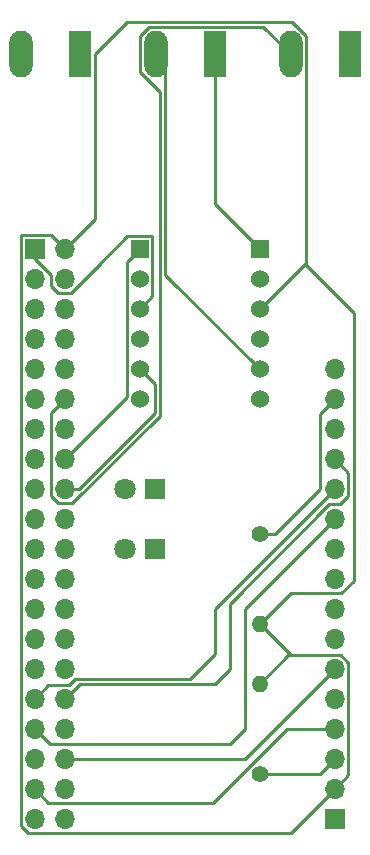
<source format=gbr>
%TF.GenerationSoftware,KiCad,Pcbnew,(5.1.8)-1*%
%TF.CreationDate,2020-12-08T02:20:49-08:00*%
%TF.ProjectId,pihidscan,70696869-6473-4636-916e-2e6b69636164,rev?*%
%TF.SameCoordinates,Original*%
%TF.FileFunction,Copper,L1,Top*%
%TF.FilePolarity,Positive*%
%FSLAX46Y46*%
G04 Gerber Fmt 4.6, Leading zero omitted, Abs format (unit mm)*
G04 Created by KiCad (PCBNEW (5.1.8)-1) date 2020-12-08 02:20:49*
%MOMM*%
%LPD*%
G01*
G04 APERTURE LIST*
%TA.AperFunction,ComponentPad*%
%ADD10O,1.700000X1.700000*%
%TD*%
%TA.AperFunction,ComponentPad*%
%ADD11R,1.700000X1.700000*%
%TD*%
%TA.AperFunction,ComponentPad*%
%ADD12C,1.800000*%
%TD*%
%TA.AperFunction,ComponentPad*%
%ADD13R,1.800000X1.800000*%
%TD*%
%TA.AperFunction,ComponentPad*%
%ADD14O,1.980000X3.960000*%
%TD*%
%TA.AperFunction,ComponentPad*%
%ADD15R,1.980000X3.960000*%
%TD*%
%TA.AperFunction,ComponentPad*%
%ADD16C,1.524000*%
%TD*%
%TA.AperFunction,ComponentPad*%
%ADD17R,1.524000X1.524000*%
%TD*%
%TA.AperFunction,ComponentPad*%
%ADD18O,1.400000X1.400000*%
%TD*%
%TA.AperFunction,ComponentPad*%
%ADD19C,1.400000*%
%TD*%
%TA.AperFunction,Conductor*%
%ADD20C,0.250000*%
%TD*%
G04 APERTURE END LIST*
D10*
%TO.P,LCD Disp,16*%
%TO.N,GND*%
X83820000Y-67310000D03*
%TO.P,LCD Disp,15*%
%TO.N,Net-(J5-Pad15)*%
X83820000Y-69850000D03*
%TO.P,LCD Disp,14*%
%TO.N,Net-(J2-Pad29)*%
X83820000Y-72390000D03*
%TO.P,LCD Disp,13*%
%TO.N,Net-(J2-Pad32)*%
X83820000Y-74930000D03*
%TO.P,LCD Disp,12*%
%TO.N,Net-(J2-Pad31)*%
X83820000Y-77470000D03*
%TO.P,LCD Disp,11*%
%TO.N,Net-(J2-Pad33)*%
X83820000Y-80010000D03*
%TO.P,LCD Disp,10*%
%TO.N,Net-(J5-Pad10)*%
X83820000Y-82550000D03*
%TO.P,LCD Disp,9*%
%TO.N,Net-(J5-Pad9)*%
X83820000Y-85090000D03*
%TO.P,LCD Disp,8*%
%TO.N,Net-(J5-Pad8)*%
X83820000Y-87630000D03*
%TO.P,LCD Disp,7*%
%TO.N,Net-(J5-Pad7)*%
X83820000Y-90170000D03*
%TO.P,LCD Disp,6*%
%TO.N,Net-(J2-Pad36)*%
X83820000Y-92710000D03*
%TO.P,LCD Disp,5*%
%TO.N,GND*%
X83820000Y-95250000D03*
%TO.P,LCD Disp,4*%
%TO.N,Net-(J2-Pad37)*%
X83820000Y-97790000D03*
%TO.P,LCD Disp,3*%
%TO.N,Net-(J5-Pad3)*%
X83820000Y-100330000D03*
%TO.P,LCD Disp,2*%
%TO.N,+5V*%
X83820000Y-102870000D03*
D11*
%TO.P,LCD Disp,1*%
%TO.N,GND*%
X83820000Y-105410000D03*
%TD*%
D10*
%TO.P,Pi Conn,40*%
%TO.N,Net-(J2-Pad40)*%
X60960000Y-105410000D03*
%TO.P,Pi Conn,39*%
%TO.N,Net-(J2-Pad39)*%
X58420000Y-105410000D03*
%TO.P,Pi Conn,38*%
%TO.N,Net-(J2-Pad38)*%
X60960000Y-102870000D03*
%TO.P,Pi Conn,37*%
%TO.N,Net-(J2-Pad37)*%
X58420000Y-102870000D03*
%TO.P,Pi Conn,36*%
%TO.N,Net-(J2-Pad36)*%
X60960000Y-100330000D03*
%TO.P,Pi Conn,35*%
%TO.N,Net-(J2-Pad35)*%
X58420000Y-100330000D03*
%TO.P,Pi Conn,34*%
%TO.N,Net-(J2-Pad34)*%
X60960000Y-97790000D03*
%TO.P,Pi Conn,33*%
%TO.N,Net-(J2-Pad33)*%
X58420000Y-97790000D03*
%TO.P,Pi Conn,32*%
%TO.N,Net-(J2-Pad32)*%
X60960000Y-95250000D03*
%TO.P,Pi Conn,31*%
%TO.N,Net-(J2-Pad31)*%
X58420000Y-95250000D03*
%TO.P,Pi Conn,30*%
%TO.N,Net-(J2-Pad30)*%
X60960000Y-92710000D03*
%TO.P,Pi Conn,29*%
%TO.N,Net-(J2-Pad29)*%
X58420000Y-92710000D03*
%TO.P,Pi Conn,28*%
%TO.N,Net-(J2-Pad28)*%
X60960000Y-90170000D03*
%TO.P,Pi Conn,27*%
%TO.N,Net-(J2-Pad27)*%
X58420000Y-90170000D03*
%TO.P,Pi Conn,26*%
%TO.N,Net-(J2-Pad26)*%
X60960000Y-87630000D03*
%TO.P,Pi Conn,25*%
%TO.N,Net-(J2-Pad25)*%
X58420000Y-87630000D03*
%TO.P,Pi Conn,24*%
%TO.N,Net-(J2-Pad24)*%
X60960000Y-85090000D03*
%TO.P,Pi Conn,23*%
%TO.N,Net-(J2-Pad23)*%
X58420000Y-85090000D03*
%TO.P,Pi Conn,22*%
%TO.N,Net-(D1-Pad2)*%
X60960000Y-82550000D03*
%TO.P,Pi Conn,21*%
%TO.N,Net-(J2-Pad21)*%
X58420000Y-82550000D03*
%TO.P,Pi Conn,20*%
%TO.N,Net-(J2-Pad20)*%
X60960000Y-80010000D03*
%TO.P,Pi Conn,19*%
%TO.N,Net-(J2-Pad19)*%
X58420000Y-80010000D03*
%TO.P,Pi Conn,18*%
%TO.N,Net-(J2-Pad18)*%
X60960000Y-77470000D03*
%TO.P,Pi Conn,17*%
%TO.N,Net-(D2-Pad2)*%
X58420000Y-77470000D03*
%TO.P,Pi Conn,16*%
%TO.N,Net-(J2-Pad16)*%
X60960000Y-74930000D03*
%TO.P,Pi Conn,15*%
%TO.N,Net-(J2-Pad15)*%
X58420000Y-74930000D03*
%TO.P,Pi Conn,14*%
%TO.N,Net-(J2-Pad14)*%
X60960000Y-72390000D03*
%TO.P,Pi Conn,13*%
%TO.N,Net-(J2-Pad13)*%
X58420000Y-72390000D03*
%TO.P,Pi Conn,12*%
%TO.N,Net-(J2-Pad12)*%
X60960000Y-69850000D03*
%TO.P,Pi Conn,11*%
%TO.N,Net-(J2-Pad11)*%
X58420000Y-69850000D03*
%TO.P,Pi Conn,10*%
%TO.N,Net-(J2-Pad10)*%
X60960000Y-67310000D03*
%TO.P,Pi Conn,9*%
%TO.N,Net-(HIDPWD1-Pad1)*%
X58420000Y-67310000D03*
%TO.P,Pi Conn,8*%
%TO.N,Net-(J2-Pad8)*%
X60960000Y-64770000D03*
%TO.P,Pi Conn,7*%
%TO.N,Net-(J2-Pad7)*%
X58420000Y-64770000D03*
%TO.P,Pi Conn,6*%
%TO.N,GND*%
X60960000Y-62230000D03*
%TO.P,Pi Conn,5*%
%TO.N,Net-(J2-Pad5)*%
X58420000Y-62230000D03*
%TO.P,Pi Conn,4*%
%TO.N,Net-(HIDPWD1-Pad2)*%
X60960000Y-59690000D03*
%TO.P,Pi Conn,3*%
%TO.N,Net-(J2-Pad3)*%
X58420000Y-59690000D03*
%TO.P,Pi Conn,2*%
%TO.N,+5V*%
X60960000Y-57150000D03*
D11*
%TO.P,Pi Conn,1*%
%TO.N,+3V3*%
X58420000Y-57150000D03*
%TD*%
D12*
%TO.P,PWR,2*%
%TO.N,Net-(D2-Pad2)*%
X66040000Y-77470000D03*
D13*
%TO.P,PWR,1*%
%TO.N,GND*%
X68580000Y-77470000D03*
%TD*%
D12*
%TO.P,DI,2*%
%TO.N,Net-(D1-Pad2)*%
X66040000Y-82550000D03*
D13*
%TO.P,DI,1*%
%TO.N,GND*%
X68580000Y-82550000D03*
%TD*%
D14*
%TO.P,+ HIDPWD -,2*%
%TO.N,Net-(HIDPWD1-Pad2)*%
X57230000Y-40640000D03*
D15*
%TO.P,+ HIDPWD -,1*%
%TO.N,Net-(HIDPWD1-Pad1)*%
X62230000Y-40640000D03*
%TD*%
D16*
%TO.P,L                  H,HV4*%
%TO.N,Net-(U2-PadHV4)*%
X77470000Y-69850000D03*
%TO.P,L                  H,HV3*%
%TO.N,Net-(J4-Pad2)*%
X77470000Y-67310000D03*
%TO.P,L                  H,GND_1*%
%TO.N,GND*%
X77470000Y-64770000D03*
%TO.P,L                  H,HV*%
%TO.N,+5V*%
X77470000Y-62230000D03*
%TO.P,L                  H,HV2*%
%TO.N,Net-(U2-PadHV2)*%
X77470000Y-59690000D03*
D17*
%TO.P,L                  H,HV1*%
%TO.N,Net-(J4-Pad1)*%
X77470000Y-57150000D03*
D16*
%TO.P,L                  H,LV4*%
%TO.N,Net-(U2-PadLV4)*%
X67310000Y-69850000D03*
%TO.P,L                  H,LV3*%
%TO.N,Net-(J2-Pad18)*%
X67310000Y-67310000D03*
%TO.P,L                  H,GND_2*%
%TO.N,GND*%
X67310000Y-64770000D03*
%TO.P,L                  H,LV*%
%TO.N,+3V3*%
X67310000Y-62230000D03*
%TO.P,L                  H,LV2*%
%TO.N,Net-(U2-PadLV2)*%
X67310000Y-59690000D03*
D17*
%TO.P,L                  H,LV1*%
%TO.N,Net-(J2-Pad16)*%
X67310000Y-57150000D03*
%TD*%
D18*
%TO.P,R2,2*%
%TO.N,+5V*%
X77470000Y-88900000D03*
D19*
%TO.P,R2,1*%
%TO.N,Net-(J5-Pad15)*%
X77470000Y-81280000D03*
%TD*%
D18*
%TO.P,R1,2*%
%TO.N,+5V*%
X77470000Y-93980000D03*
D19*
%TO.P,R1,1*%
%TO.N,Net-(J5-Pad3)*%
X77470000Y-101600000D03*
%TD*%
D14*
%TO.P,Relay      ,2*%
%TO.N,Net-(J2-Pad12)*%
X80090000Y-40640000D03*
D15*
%TO.P,Relay      ,1*%
%TO.N,Net-(kljsd1-Pad1)*%
X85090000Y-40640000D03*
%TD*%
D14*
%TO.P,D0 Data D1,2*%
%TO.N,Net-(J4-Pad2)*%
X68660000Y-40640000D03*
D15*
%TO.P,D0 Data D1,1*%
%TO.N,Net-(J4-Pad1)*%
X73660000Y-40640000D03*
%TD*%
D20*
%TO.N,Net-(J2-Pad37)*%
X79762998Y-97790000D02*
X83820000Y-97790000D01*
X73507997Y-104045001D02*
X79762998Y-97790000D01*
X59595001Y-104045001D02*
X73507997Y-104045001D01*
X58420000Y-102870000D02*
X59595001Y-104045001D01*
%TO.N,Net-(J2-Pad36)*%
X76200000Y-100330000D02*
X60960000Y-100330000D01*
X83820000Y-92710000D02*
X76200000Y-100330000D01*
%TO.N,Net-(J2-Pad33)*%
X83820000Y-80010000D02*
X76200000Y-87630000D01*
X76200000Y-87630000D02*
X76200000Y-97790000D01*
X76200000Y-97790000D02*
X74930000Y-99060000D01*
X59690000Y-99060000D02*
X58420000Y-97790000D01*
X74930000Y-99060000D02*
X59690000Y-99060000D01*
%TO.N,Net-(J2-Pad32)*%
X60960000Y-95250000D02*
X62230000Y-93980000D01*
X62230000Y-93980000D02*
X73660000Y-93980000D01*
X73660000Y-93980000D02*
X74930000Y-92710000D01*
X74930000Y-87160998D02*
X83350998Y-78740000D01*
X74930000Y-92710000D02*
X74930000Y-87160998D01*
X84995001Y-76105001D02*
X83820000Y-74930000D01*
X84995001Y-78034001D02*
X84995001Y-76105001D01*
X84289002Y-78740000D02*
X84995001Y-78034001D01*
X83350998Y-78740000D02*
X84289002Y-78740000D01*
%TO.N,Net-(J2-Pad31)*%
X83820000Y-77470000D02*
X73660000Y-87630000D01*
X73660000Y-87630000D02*
X73660000Y-91440000D01*
X59595001Y-94074999D02*
X58420000Y-95250000D01*
X61334003Y-94074999D02*
X59595001Y-94074999D01*
X61879012Y-93529990D02*
X61334003Y-94074999D01*
X71570010Y-93529990D02*
X61879012Y-93529990D01*
X73660000Y-91440000D02*
X71570010Y-93529990D01*
%TO.N,Net-(J2-Pad18)*%
X62162081Y-77470000D02*
X68580000Y-71052081D01*
X60960000Y-77470000D02*
X62162081Y-77470000D01*
X68580000Y-68580000D02*
X67310000Y-67310000D01*
X68580000Y-71052081D02*
X68580000Y-68580000D01*
%TO.N,Net-(J2-Pad16)*%
X66222999Y-58237001D02*
X67310000Y-57150000D01*
X66222999Y-69667001D02*
X66222999Y-58237001D01*
X60960000Y-74930000D02*
X66222999Y-69667001D01*
%TO.N,Net-(J2-Pad12)*%
X77784990Y-38334990D02*
X80090000Y-40640000D01*
X67344990Y-39105306D02*
X68115306Y-38334990D01*
X67344990Y-42174694D02*
X67344990Y-39105306D01*
X69030010Y-43859714D02*
X67344990Y-42174694D01*
X69030010Y-71238481D02*
X69030010Y-43859714D01*
X60395999Y-78645001D02*
X61623490Y-78645001D01*
X68115306Y-38334990D02*
X77784990Y-38334990D01*
X59784999Y-78034001D02*
X60395999Y-78645001D01*
X59784999Y-71025001D02*
X59784999Y-78034001D01*
X61623490Y-78645001D02*
X69030010Y-71238481D01*
X60960000Y-69850000D02*
X59784999Y-71025001D01*
%TO.N,+5V*%
X79915001Y-91534999D02*
X77470000Y-93980000D01*
X80104999Y-91534999D02*
X79915001Y-91534999D01*
X84995001Y-101694999D02*
X83820000Y-102870000D01*
X84995001Y-92145999D02*
X84995001Y-101694999D01*
X63545001Y-54564999D02*
X60960000Y-57150000D01*
X63545001Y-40594999D02*
X63545001Y-54564999D01*
X80184684Y-37884980D02*
X66255020Y-37884980D01*
X81405010Y-39105306D02*
X80184684Y-37884980D01*
X66255020Y-37884980D02*
X63545001Y-40594999D01*
X81405010Y-58294990D02*
X81405010Y-39105306D01*
X84995001Y-92145999D02*
X84995001Y-100894001D01*
X84384001Y-91534999D02*
X84995001Y-92145999D01*
X80104999Y-91534999D02*
X84384001Y-91534999D01*
X77470000Y-88900000D02*
X80104999Y-91534999D01*
X85445010Y-85203992D02*
X85445010Y-62585010D01*
X84384001Y-86265001D02*
X85445010Y-85203992D01*
X80104999Y-86265001D02*
X84384001Y-86265001D01*
X77470000Y-88900000D02*
X80104999Y-86265001D01*
X85445010Y-62585010D02*
X81280000Y-58420000D01*
X81280000Y-58420000D02*
X81405010Y-58294990D01*
X77470000Y-62230000D02*
X81280000Y-58420000D01*
X59784999Y-55974999D02*
X60960000Y-57150000D01*
X57309999Y-55974999D02*
X59784999Y-55974999D01*
X57244999Y-56039999D02*
X57309999Y-55974999D01*
X57244999Y-105974001D02*
X57244999Y-56039999D01*
X57855999Y-106585001D02*
X57244999Y-105974001D01*
X80104999Y-106585001D02*
X57855999Y-106585001D01*
X83820000Y-102870000D02*
X80104999Y-106585001D01*
%TO.N,+3V3*%
X67310000Y-62699002D02*
X67310000Y-62230000D01*
X68332001Y-56062999D02*
X66287999Y-56062999D01*
X68397001Y-56127999D02*
X68332001Y-56062999D01*
X68397001Y-61142999D02*
X68397001Y-56127999D01*
X67310000Y-62230000D02*
X68397001Y-61142999D01*
X61485997Y-60865001D02*
X63715499Y-58635499D01*
X60395999Y-60865001D02*
X61485997Y-60865001D01*
X59784999Y-59315997D02*
X59784999Y-60254001D01*
X58420000Y-57950998D02*
X59784999Y-59315997D01*
X58420000Y-57150000D02*
X58420000Y-57950998D01*
X59784999Y-60254001D02*
X60395999Y-60865001D01*
X63715499Y-58635499D02*
X63130020Y-59220978D01*
X66287999Y-56062999D02*
X63715499Y-58635499D01*
%TO.N,Net-(J4-Pad2)*%
X69480020Y-59320020D02*
X77470000Y-67310000D01*
X69480020Y-41460020D02*
X69480020Y-59320020D01*
X68660000Y-40640000D02*
X69480020Y-41460020D01*
%TO.N,Net-(J4-Pad1)*%
X73660000Y-53340000D02*
X77470000Y-57150000D01*
X73660000Y-40640000D02*
X73660000Y-53340000D01*
%TO.N,Net-(J5-Pad3)*%
X82550000Y-101600000D02*
X83820000Y-100330000D01*
X77470000Y-101600000D02*
X82550000Y-101600000D01*
%TO.N,Net-(J5-Pad15)*%
X77470000Y-81280000D02*
X78740000Y-81280000D01*
X78740000Y-81280000D02*
X82550000Y-77470000D01*
X82550000Y-71120000D02*
X83820000Y-69850000D01*
X82550000Y-77470000D02*
X82550000Y-71120000D01*
%TD*%
M02*

</source>
